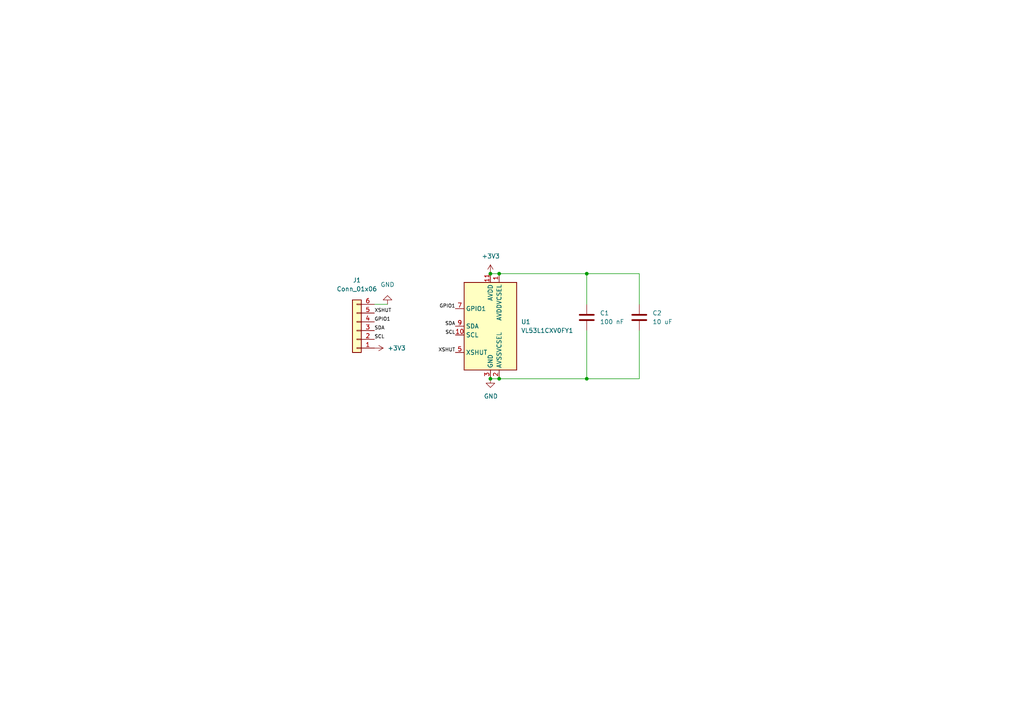
<source format=kicad_sch>
(kicad_sch (version 20211123) (generator eeschema)
  (paper "A4")
  (lib_symbols
    (symbol "Connector_Generic:Conn_01x06" (pin_names (offset 1.016) hide)
      (property "Reference" "J" (at 0 7.62 0))
      (property "Value" "Conn_01x06" (at 0 -10.16 0))
      (symbol "Conn_01x06_1_1"
        (rectangle (start -1.27 -7.493) (end 0 -7.747) (stroke (width 0.1524)))
        (rectangle (start -1.27 -4.953) (end 0 -5.207) (stroke (width 0.1524)))
        (rectangle (start -1.27 -2.413) (end 0 -2.667) (stroke (width 0.1524)))
        (rectangle (start -1.27 0.127) (end 0 -0.127) (stroke (width 0.1524)))
        (rectangle (start -1.27 2.667) (end 0 2.413) (stroke (width 0.1524)))
        (rectangle (start -1.27 5.207) (end 0 4.953) (stroke (width 0.1524)))
        (rectangle (start -1.27 6.35) (end 1.27 -8.89) (stroke (width 0.254)) (fill (type background)))
        (pin passive line (at -5.08 5.08 0) (length 3.81) (name "Pin_1") (number "1"))
        (pin passive line (at -5.08 2.54 0) (length 3.81) (name "Pin_2") (number "2"))
        (pin passive line (at -5.08 0 0) (length 3.81) (name "Pin_3") (number "3"))
        (pin passive line (at -5.08 -2.54 0) (length 3.81) (name "Pin_4") (number "4"))
        (pin passive line (at -5.08 -5.08 0) (length 3.81) (name "Pin_5") (number "5"))
        (pin passive line (at -5.08 -7.62 0) (length 3.81) (name "Pin_6") (number "6"))
      )
    )
    (symbol "Device:C" (pin_numbers hide) (pin_names (offset 0.254))
      (property "Reference" "C" (at 0.635 2.54 0))
      (property "Value" "C" (at 0.635 -2.54 0))
      (symbol "C_0_1"
        (polyline (pts (xy -2.032 -0.762) (xy 2.032 -0.762)) (stroke (width 0.508)))
        (polyline (pts (xy -2.032 0.762) (xy 2.032 0.762)) (stroke (width 0.508)))
      )
      (symbol "C_1_1"
        (pin passive line (at 0 3.81 270) (length 2.794) (name "~") (number "1"))
        (pin passive line (at 0 -3.81 90) (length 2.794) (name "~") (number "2"))
      )
    )
    (symbol "Sensor_Distance:VL53L1CXV0FY1"
      (property "Reference" "U" (at -6.35 13.97 0))
      (property "Value" "VL53L1CXV0FY1" (at 12.065 13.97 0))
      (symbol "VL53L1CXV0FY1_0_1"
        (rectangle (start -7.62 12.7) (end 7.62 -12.7) (stroke (width 0.254)) (fill (type background)))
      )
      (symbol "VL53L1CXV0FY1_1_1"
        (pin power_in line (at 2.54 15.24 270) (length 2.54) (name "AVDDVCSEL") (number "1"))
        (pin input line (at -10.16 -2.54 0) (length 2.54) (name "SCL") (number "10"))
        (pin power_in line (at 0 15.24 270) (length 2.54) (name "AVDD") (number "11"))
        (pin passive line (at 0 -15.24 90) (length 2.54) hide (name "GND") (number "12"))
        (pin power_in line (at 2.54 -15.24 90) (length 2.54) (name "AVSSVCSEL") (number "2"))
        (pin power_in line (at 0 -15.24 90) (length 2.54) (name "GND") (number "3"))
        (pin passive line (at 0 -15.24 90) (length 2.54) hide (name "GND") (number "4"))
        (pin input line (at -10.16 -7.62 0) (length 2.54) (name "XSHUT") (number "5"))
        (pin passive line (at 0 -15.24 90) (length 2.54) hide (name "GND") (number "6"))
        (pin open_collector line (at -10.16 5.08 0) (length 2.54) (name "GPIO1") (number "7"))
        (pin no_connect line (at -7.62 7.62 0) (length 2.54) hide (name "DNC") (number "8"))
        (pin bidirectional line (at -10.16 0 0) (length 2.54) (name "SDA") (number "9"))
      )
    )
    (symbol "power:+3V3" (power) (pin_names (offset 0))
      (property "Value" "+3V3" (at 0 3.556 0))
      (symbol "+3V3_0_1"
        (polyline (pts (xy -0.762 1.27) (xy 0 2.54)))
        (polyline (pts (xy 0 0) (xy 0 2.54)))
        (polyline (pts (xy 0 2.54) (xy 0.762 1.27)))
      )
      (symbol "+3V3_1_1"
        (pin power_in line (at 0 0 90) (length 0) hide (name "+3V3") (number "1"))
      )
    )
    (symbol "power:GND" (power) (pin_names (offset 0))
      (property "Value" "GND" (at 0 -3.81 0))
      (symbol "GND_0_1"
        (polyline (pts (xy 0 0) (xy 0 -1.27) (xy 1.27 -1.27) (xy 0 -2.54) (xy -1.27 -1.27) (xy 0 -1.27)))
      )
      (symbol "GND_1_1"
        (pin power_in line (at 0 0 270) (length 0) hide (name "GND") (number "1"))
      )
    )
  )
  (junction (at 142.24 109.855))
  (junction (at 144.78 109.855))
  (junction (at 170.18 79.375))
  (junction (at 142.24 79.375))
  (junction (at 170.18 109.855))
  (junction (at 144.78 79.375))
  (wire (pts (xy 170.18 95.885) (xy 170.18 109.855)))
  (wire (pts (xy 185.42 95.885) (xy 185.42 109.855)))
  (wire (pts (xy 144.78 79.375) (xy 170.18 79.375)))
  (wire (pts (xy 170.18 79.375) (xy 185.42 79.375)))
  (wire (pts (xy 185.42 109.855) (xy 170.18 109.855)))
  (wire (pts (xy 170.18 109.855) (xy 144.78 109.855)))
  (wire (pts (xy 142.24 79.375) (xy 144.78 79.375)))
  (wire (pts (xy 142.24 109.855) (xy 144.78 109.855)))
  (wire (pts (xy 185.42 79.375) (xy 185.42 88.265)))
  (wire (pts (xy 112.395 88.265) (xy 108.585 88.265)))
  (wire (pts (xy 170.18 79.375) (xy 170.18 88.265)))
  (label "XSHUT" (at 108.585 90.805 0) (effects (font (size 1 1))))
  (label "SCL" (at 108.585 98.425 0) (effects (font (size 1 1))))
  (label "SCL" (at 132.08 97.155 180) (effects (font (size 1 1))))
  (label "SDA" (at 108.585 95.885 0) (effects (font (size 1 1))))
  (label "GPIO1" (at 132.08 89.535 180) (effects (font (size 1 1))))
  (label "SDA" (at 132.08 94.615 180) (effects (font (size 1 1))))
  (label "XSHUT" (at 132.08 102.235 180) (effects (font (size 1 1))))
  (label "GPIO1" (at 108.585 93.345 0) (effects (font (size 1 1))))
  (symbol (lib_id "Connector_Generic:Conn_01x06") (at 103.505 95.885 180) (unit 1)
    (property "Reference" "J1" (at 103.505 81.28 0))
    (property "Value" "Conn_01x06" (at 103.505 83.82 0))
    (property "Footprint" "Connector_PinHeader_2.54mm:PinHeader_1x06_P2.54mm_Vertical" (effects hide))
  )
  (symbol (lib_id "power:GND") (at 142.24 109.855 0) (unit 1)
    (property "Reference" "#PWR0102" (effects hide))
    (property "Value" "GND" (at 140.335 114.935 0) (effects (justify left)))
  )
  (symbol (lib_id "Device:C") (at 185.42 92.075 180) (unit 1)
    (property "Reference" "C2" (at 189.23 90.8049 0) (effects (justify right)))
    (property "Value" "10 uF" (at 189.23 93.3449 0) (effects (justify right)))
    (property "Footprint" "Capacitor_SMD:C_1206_3216Metric_Pad1.33x1.80mm_HandSolder" (effects hide))
  )
  (symbol (lib_id "Device:C") (at 170.18 92.075 180) (unit 1)
    (property "Reference" "C1" (at 173.99 90.8049 0) (effects (justify right)))
    (property "Value" "100 nF" (at 173.99 93.3449 0) (effects (justify right)))
    (property "Footprint" "Capacitor_SMD:C_1206_3216Metric_Pad1.33x1.80mm_HandSolder" (effects hide))
  )
  (symbol (lib_id "Sensor_Distance:VL53L1CXV0FY1") (at 142.24 94.615 0) (unit 1)
    (property "Reference" "U1" (at 151.13 93.3449 0) (effects (justify left)))
    (property "Value" "VL53L1CXV0FY1" (at 151.13 95.8849 0) (effects (justify left)))
    (property "Footprint" "Sensor_Distance:ST_VL53L1x" (effects hide))
    (property "Datasheet" "https://www.st.com/resource/en/datasheet/vl53l1x.pdf" (effects hide))
  )
  (symbol (lib_id "power:+3V3") (at 142.24 79.375 0) (unit 1)
    (property "Reference" "#PWR0101" (effects hide))
    (property "Value" "+3V3" (at 139.7 74.295 0) (effects (justify left)))
  )
  (symbol (lib_id "power:GND") (at 112.395 88.265 180) (unit 1)
    (property "Reference" "#PWR0104" (effects hide))
    (property "Value" "GND" (at 112.395 82.55 0))
  )
  (symbol (lib_id "power:+3V3") (at 108.585 100.965 270) (unit 1)
    (property "Reference" "#PWR0103" (effects hide))
    (property "Value" "+3V3" (at 112.395 100.9649 90) (effects (justify left)))
  )
)
</source>
